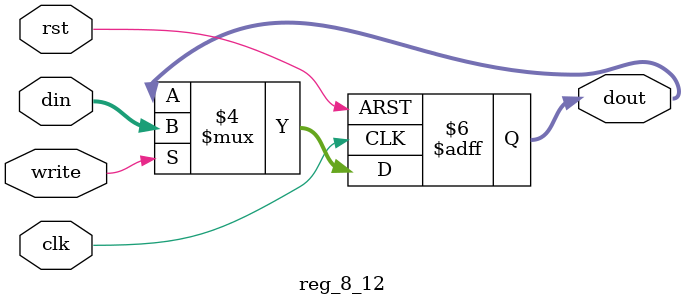
<source format=v>
module reg_8_12(clk,rst,write,din,dout);

output [7:0] dout;
input  clk,rst,write;
input  [7:0] din;

reg [7:0] dout;

always @ (posedge clk or negedge rst)
	begin
		if(!rst)
			dout  <= 8'he0;
		else 
		  if(write)
					 dout<=din;
		  else 
					 dout<=dout;
	end

endmodule
</source>
